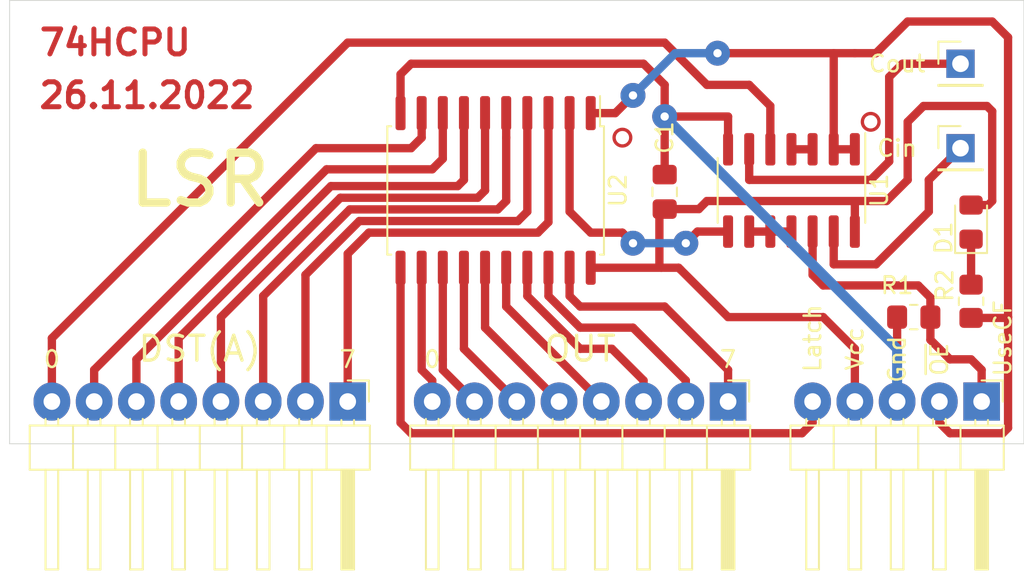
<source format=kicad_pcb>
(kicad_pcb (version 20171130) (host pcbnew "(5.1.8)-1")

  (general
    (thickness 1.6)
    (drawings 22)
    (tracks 167)
    (zones 0)
    (modules 11)
    (nets 28)
  )

  (page A4 portrait)
  (layers
    (0 F.Cu signal)
    (31 B.Cu signal)
    (32 B.Adhes user)
    (33 F.Adhes user)
    (34 B.Paste user)
    (35 F.Paste user)
    (36 B.SilkS user)
    (37 F.SilkS user)
    (38 B.Mask user)
    (39 F.Mask user)
    (40 Dwgs.User user)
    (41 Cmts.User user)
    (42 Eco1.User user)
    (43 Eco2.User user)
    (44 Edge.Cuts user)
    (45 Margin user)
    (46 B.CrtYd user)
    (47 F.CrtYd user)
    (48 B.Fab user)
    (49 F.Fab user)
  )

  (setup
    (last_trace_width 0.5)
    (user_trace_width 0.5)
    (user_trace_width 0.6)
    (trace_clearance 0.2)
    (zone_clearance 0.508)
    (zone_45_only no)
    (trace_min 0.2)
    (via_size 0.8)
    (via_drill 0.4)
    (via_min_size 0.4)
    (via_min_drill 0.3)
    (user_via 1.5 0.5)
    (uvia_size 0.3)
    (uvia_drill 0.1)
    (uvias_allowed no)
    (uvia_min_size 0.2)
    (uvia_min_drill 0.1)
    (edge_width 0.05)
    (segment_width 0.2)
    (pcb_text_width 0.3)
    (pcb_text_size 1.5 1.5)
    (mod_edge_width 0.12)
    (mod_text_size 1 1)
    (mod_text_width 0.15)
    (pad_size 1.524 1.524)
    (pad_drill 0.762)
    (pad_to_mask_clearance 0)
    (aux_axis_origin 0 0)
    (visible_elements 7FFFFFFF)
    (pcbplotparams
      (layerselection 0x010fc_ffffffff)
      (usegerberextensions false)
      (usegerberattributes true)
      (usegerberadvancedattributes true)
      (creategerberjobfile true)
      (excludeedgelayer true)
      (linewidth 0.100000)
      (plotframeref false)
      (viasonmask false)
      (mode 1)
      (useauxorigin false)
      (hpglpennumber 1)
      (hpglpenspeed 20)
      (hpglpendiameter 15.000000)
      (psnegative false)
      (psa4output false)
      (plotreference true)
      (plotvalue true)
      (plotinvisibletext false)
      (padsonsilk false)
      (subtractmaskfromsilk false)
      (outputformat 1)
      (mirror false)
      (drillshape 1)
      (scaleselection 1)
      (outputdirectory ""))
  )

  (net 0 "")
  (net 1 VCC)
  (net 2 GND)
  (net 3 "Net-(D1-Pad1)")
  (net 4 "/~(CF&OE)")
  (net 5 /D7)
  (net 6 /D6)
  (net 7 /D5)
  (net 8 /D4)
  (net 9 /D3)
  (net 10 /D2)
  (net 11 /D1)
  (net 12 /D0)
  (net 13 /O0)
  (net 14 /O1)
  (net 15 /O2)
  (net 16 /O3)
  (net 17 /O4)
  (net 18 /O5)
  (net 19 /O6)
  (net 20 /O7)
  (net 21 /CF_IN)
  (net 22 /UseCF)
  (net 23 /~OE)
  (net 24 /Latch)
  (net 25 "Net-(U1-Pad3)")
  (net 26 "Net-(U1-Pad8)")
  (net 27 "Net-(U1-Pad10)")

  (net_class Default "This is the default net class."
    (clearance 0.2)
    (trace_width 0.25)
    (via_dia 0.8)
    (via_drill 0.4)
    (uvia_dia 0.3)
    (uvia_drill 0.1)
    (add_net /CF_IN)
    (add_net /D0)
    (add_net /D1)
    (add_net /D2)
    (add_net /D3)
    (add_net /D4)
    (add_net /D5)
    (add_net /D6)
    (add_net /D7)
    (add_net /Latch)
    (add_net /O0)
    (add_net /O1)
    (add_net /O2)
    (add_net /O3)
    (add_net /O4)
    (add_net /O5)
    (add_net /O6)
    (add_net /O7)
    (add_net /UseCF)
    (add_net "/~(CF&OE)")
    (add_net /~OE)
    (add_net GND)
    (add_net "Net-(D1-Pad1)")
    (add_net "Net-(U1-Pad10)")
    (add_net "Net-(U1-Pad3)")
    (add_net "Net-(U1-Pad8)")
    (add_net VCC)
  )

  (module Connector_PinHeader_2.54mm:PinHeader_1x05_P2.54mm_Horizontal (layer F.Cu) (tedit 59FED5CB) (tstamp 6381A221)
    (at 121.92 63.5 270)
    (descr "Through hole angled pin header, 1x05, 2.54mm pitch, 6mm pin length, single row")
    (tags "Through hole angled pin header THT 1x05 2.54mm single row")
    (path /638139F2)
    (fp_text reference J5 (at 0.635 -1.905 90) (layer F.SilkS) hide
      (effects (font (size 1 1) (thickness 0.15)))
    )
    (fp_text value Conn_01x05_Male (at 4.385 12.43 90) (layer F.Fab)
      (effects (font (size 1 1) (thickness 0.15)))
    )
    (fp_line (start 2.135 -1.27) (end 4.04 -1.27) (layer F.Fab) (width 0.1))
    (fp_line (start 4.04 -1.27) (end 4.04 11.43) (layer F.Fab) (width 0.1))
    (fp_line (start 4.04 11.43) (end 1.5 11.43) (layer F.Fab) (width 0.1))
    (fp_line (start 1.5 11.43) (end 1.5 -0.635) (layer F.Fab) (width 0.1))
    (fp_line (start 1.5 -0.635) (end 2.135 -1.27) (layer F.Fab) (width 0.1))
    (fp_line (start -0.32 -0.32) (end 1.5 -0.32) (layer F.Fab) (width 0.1))
    (fp_line (start -0.32 -0.32) (end -0.32 0.32) (layer F.Fab) (width 0.1))
    (fp_line (start -0.32 0.32) (end 1.5 0.32) (layer F.Fab) (width 0.1))
    (fp_line (start 4.04 -0.32) (end 10.04 -0.32) (layer F.Fab) (width 0.1))
    (fp_line (start 10.04 -0.32) (end 10.04 0.32) (layer F.Fab) (width 0.1))
    (fp_line (start 4.04 0.32) (end 10.04 0.32) (layer F.Fab) (width 0.1))
    (fp_line (start -0.32 2.22) (end 1.5 2.22) (layer F.Fab) (width 0.1))
    (fp_line (start -0.32 2.22) (end -0.32 2.86) (layer F.Fab) (width 0.1))
    (fp_line (start -0.32 2.86) (end 1.5 2.86) (layer F.Fab) (width 0.1))
    (fp_line (start 4.04 2.22) (end 10.04 2.22) (layer F.Fab) (width 0.1))
    (fp_line (start 10.04 2.22) (end 10.04 2.86) (layer F.Fab) (width 0.1))
    (fp_line (start 4.04 2.86) (end 10.04 2.86) (layer F.Fab) (width 0.1))
    (fp_line (start -0.32 4.76) (end 1.5 4.76) (layer F.Fab) (width 0.1))
    (fp_line (start -0.32 4.76) (end -0.32 5.4) (layer F.Fab) (width 0.1))
    (fp_line (start -0.32 5.4) (end 1.5 5.4) (layer F.Fab) (width 0.1))
    (fp_line (start 4.04 4.76) (end 10.04 4.76) (layer F.Fab) (width 0.1))
    (fp_line (start 10.04 4.76) (end 10.04 5.4) (layer F.Fab) (width 0.1))
    (fp_line (start 4.04 5.4) (end 10.04 5.4) (layer F.Fab) (width 0.1))
    (fp_line (start -0.32 7.3) (end 1.5 7.3) (layer F.Fab) (width 0.1))
    (fp_line (start -0.32 7.3) (end -0.32 7.94) (layer F.Fab) (width 0.1))
    (fp_line (start -0.32 7.94) (end 1.5 7.94) (layer F.Fab) (width 0.1))
    (fp_line (start 4.04 7.3) (end 10.04 7.3) (layer F.Fab) (width 0.1))
    (fp_line (start 10.04 7.3) (end 10.04 7.94) (layer F.Fab) (width 0.1))
    (fp_line (start 4.04 7.94) (end 10.04 7.94) (layer F.Fab) (width 0.1))
    (fp_line (start -0.32 9.84) (end 1.5 9.84) (layer F.Fab) (width 0.1))
    (fp_line (start -0.32 9.84) (end -0.32 10.48) (layer F.Fab) (width 0.1))
    (fp_line (start -0.32 10.48) (end 1.5 10.48) (layer F.Fab) (width 0.1))
    (fp_line (start 4.04 9.84) (end 10.04 9.84) (layer F.Fab) (width 0.1))
    (fp_line (start 10.04 9.84) (end 10.04 10.48) (layer F.Fab) (width 0.1))
    (fp_line (start 4.04 10.48) (end 10.04 10.48) (layer F.Fab) (width 0.1))
    (fp_line (start 1.44 -1.33) (end 1.44 11.49) (layer F.SilkS) (width 0.12))
    (fp_line (start 1.44 11.49) (end 4.1 11.49) (layer F.SilkS) (width 0.12))
    (fp_line (start 4.1 11.49) (end 4.1 -1.33) (layer F.SilkS) (width 0.12))
    (fp_line (start 4.1 -1.33) (end 1.44 -1.33) (layer F.SilkS) (width 0.12))
    (fp_line (start 4.1 -0.38) (end 10.1 -0.38) (layer F.SilkS) (width 0.12))
    (fp_line (start 10.1 -0.38) (end 10.1 0.38) (layer F.SilkS) (width 0.12))
    (fp_line (start 10.1 0.38) (end 4.1 0.38) (layer F.SilkS) (width 0.12))
    (fp_line (start 4.1 -0.32) (end 10.1 -0.32) (layer F.SilkS) (width 0.12))
    (fp_line (start 4.1 -0.2) (end 10.1 -0.2) (layer F.SilkS) (width 0.12))
    (fp_line (start 4.1 -0.08) (end 10.1 -0.08) (layer F.SilkS) (width 0.12))
    (fp_line (start 4.1 0.04) (end 10.1 0.04) (layer F.SilkS) (width 0.12))
    (fp_line (start 4.1 0.16) (end 10.1 0.16) (layer F.SilkS) (width 0.12))
    (fp_line (start 4.1 0.28) (end 10.1 0.28) (layer F.SilkS) (width 0.12))
    (fp_line (start 1.11 -0.38) (end 1.44 -0.38) (layer F.SilkS) (width 0.12))
    (fp_line (start 1.11 0.38) (end 1.44 0.38) (layer F.SilkS) (width 0.12))
    (fp_line (start 1.44 1.27) (end 4.1 1.27) (layer F.SilkS) (width 0.12))
    (fp_line (start 4.1 2.16) (end 10.1 2.16) (layer F.SilkS) (width 0.12))
    (fp_line (start 10.1 2.16) (end 10.1 2.92) (layer F.SilkS) (width 0.12))
    (fp_line (start 10.1 2.92) (end 4.1 2.92) (layer F.SilkS) (width 0.12))
    (fp_line (start 1.042929 2.16) (end 1.44 2.16) (layer F.SilkS) (width 0.12))
    (fp_line (start 1.042929 2.92) (end 1.44 2.92) (layer F.SilkS) (width 0.12))
    (fp_line (start 1.44 3.81) (end 4.1 3.81) (layer F.SilkS) (width 0.12))
    (fp_line (start 4.1 4.7) (end 10.1 4.7) (layer F.SilkS) (width 0.12))
    (fp_line (start 10.1 4.7) (end 10.1 5.46) (layer F.SilkS) (width 0.12))
    (fp_line (start 10.1 5.46) (end 4.1 5.46) (layer F.SilkS) (width 0.12))
    (fp_line (start 1.042929 4.7) (end 1.44 4.7) (layer F.SilkS) (width 0.12))
    (fp_line (start 1.042929 5.46) (end 1.44 5.46) (layer F.SilkS) (width 0.12))
    (fp_line (start 1.44 6.35) (end 4.1 6.35) (layer F.SilkS) (width 0.12))
    (fp_line (start 4.1 7.24) (end 10.1 7.24) (layer F.SilkS) (width 0.12))
    (fp_line (start 10.1 7.24) (end 10.1 8) (layer F.SilkS) (width 0.12))
    (fp_line (start 10.1 8) (end 4.1 8) (layer F.SilkS) (width 0.12))
    (fp_line (start 1.042929 7.24) (end 1.44 7.24) (layer F.SilkS) (width 0.12))
    (fp_line (start 1.042929 8) (end 1.44 8) (layer F.SilkS) (width 0.12))
    (fp_line (start 1.44 8.89) (end 4.1 8.89) (layer F.SilkS) (width 0.12))
    (fp_line (start 4.1 9.78) (end 10.1 9.78) (layer F.SilkS) (width 0.12))
    (fp_line (start 10.1 9.78) (end 10.1 10.54) (layer F.SilkS) (width 0.12))
    (fp_line (start 10.1 10.54) (end 4.1 10.54) (layer F.SilkS) (width 0.12))
    (fp_line (start 1.042929 9.78) (end 1.44 9.78) (layer F.SilkS) (width 0.12))
    (fp_line (start 1.042929 10.54) (end 1.44 10.54) (layer F.SilkS) (width 0.12))
    (fp_line (start -1.27 0) (end -1.27 -1.27) (layer F.SilkS) (width 0.12))
    (fp_line (start -1.27 -1.27) (end 0 -1.27) (layer F.SilkS) (width 0.12))
    (fp_line (start -1.8 -1.8) (end -1.8 11.95) (layer F.CrtYd) (width 0.05))
    (fp_line (start -1.8 11.95) (end 10.55 11.95) (layer F.CrtYd) (width 0.05))
    (fp_line (start 10.55 11.95) (end 10.55 -1.8) (layer F.CrtYd) (width 0.05))
    (fp_line (start 10.55 -1.8) (end -1.8 -1.8) (layer F.CrtYd) (width 0.05))
    (fp_text user %R (at 2.77 5.08) (layer F.Fab)
      (effects (font (size 1 1) (thickness 0.15)))
    )
    (pad 5 thru_hole oval (at 0 10.16 270) (size 2.3 2.2) (drill 1) (layers *.Cu *.Mask)
      (net 24 /Latch))
    (pad 4 thru_hole oval (at 0 7.62 270) (size 2.3 2.2) (drill 1) (layers *.Cu *.Mask)
      (net 1 VCC))
    (pad 3 thru_hole oval (at 0 5.08 270) (size 2.3 2.2) (drill 1) (layers *.Cu *.Mask)
      (net 2 GND))
    (pad 2 thru_hole oval (at 0 2.54 270) (size 2.3 2.2) (drill 1) (layers *.Cu *.Mask)
      (net 23 /~OE))
    (pad 1 thru_hole rect (at 0 0 270) (size 2.3 2.2) (drill 1) (layers *.Cu *.Mask)
      (net 22 /UseCF))
    (model ${KISYS3DMOD}/Connector_PinHeader_2.54mm.3dshapes/PinHeader_1x05_P2.54mm_Horizontal.wrl
      (at (xyz 0 0 0))
      (scale (xyz 1 1 1))
      (rotate (xyz 0 0 0))
    )
  )

  (module Capacitor_SMD:C_0805_2012Metric_Pad1.18x1.45mm_HandSolder (layer F.Cu) (tedit 5F68FEEF) (tstamp 6381A0C9)
    (at 102.87 50.885 90)
    (descr "Capacitor SMD 0805 (2012 Metric), square (rectangular) end terminal, IPC_7351 nominal with elongated pad for handsoldering. (Body size source: IPC-SM-782 page 76, https://www.pcb-3d.com/wordpress/wp-content/uploads/ipc-sm-782a_amendment_1_and_2.pdf, https://docs.google.com/spreadsheets/d/1BsfQQcO9C6DZCsRaXUlFlo91Tg2WpOkGARC1WS5S8t0/edit?usp=sharing), generated with kicad-footprint-generator")
    (tags "capacitor handsolder")
    (path /63844C3E)
    (attr smd)
    (fp_text reference C1 (at 3.26 0 90) (layer F.SilkS)
      (effects (font (size 1 1) (thickness 0.15)))
    )
    (fp_text value 0.1uF (at 0 1.68 90) (layer F.Fab)
      (effects (font (size 1 1) (thickness 0.15)))
    )
    (fp_line (start 1.88 0.98) (end -1.88 0.98) (layer F.CrtYd) (width 0.05))
    (fp_line (start 1.88 -0.98) (end 1.88 0.98) (layer F.CrtYd) (width 0.05))
    (fp_line (start -1.88 -0.98) (end 1.88 -0.98) (layer F.CrtYd) (width 0.05))
    (fp_line (start -1.88 0.98) (end -1.88 -0.98) (layer F.CrtYd) (width 0.05))
    (fp_line (start -0.261252 0.735) (end 0.261252 0.735) (layer F.SilkS) (width 0.12))
    (fp_line (start -0.261252 -0.735) (end 0.261252 -0.735) (layer F.SilkS) (width 0.12))
    (fp_line (start 1 0.625) (end -1 0.625) (layer F.Fab) (width 0.1))
    (fp_line (start 1 -0.625) (end 1 0.625) (layer F.Fab) (width 0.1))
    (fp_line (start -1 -0.625) (end 1 -0.625) (layer F.Fab) (width 0.1))
    (fp_line (start -1 0.625) (end -1 -0.625) (layer F.Fab) (width 0.1))
    (fp_text user %R (at 0 0 90) (layer F.Fab)
      (effects (font (size 0.5 0.5) (thickness 0.08)))
    )
    (pad 1 smd roundrect (at -1.0375 0 90) (size 1.175 1.45) (layers F.Cu F.Paste F.Mask) (roundrect_rratio 0.212766)
      (net 1 VCC))
    (pad 2 smd roundrect (at 1.0375 0 90) (size 1.175 1.45) (layers F.Cu F.Paste F.Mask) (roundrect_rratio 0.212766)
      (net 2 GND))
    (model ${KISYS3DMOD}/Capacitor_SMD.3dshapes/C_0805_2012Metric.wrl
      (at (xyz 0 0 0))
      (scale (xyz 1 1 1))
      (rotate (xyz 0 0 0))
    )
  )

  (module LED_SMD:LED_0805_2012Metric_Pad1.15x1.40mm_HandSolder (layer F.Cu) (tedit 5F68FEF1) (tstamp 6381A0DC)
    (at 121.285 52.705 90)
    (descr "LED SMD 0805 (2012 Metric), square (rectangular) end terminal, IPC_7351 nominal, (Body size source: https://docs.google.com/spreadsheets/d/1BsfQQcO9C6DZCsRaXUlFlo91Tg2WpOkGARC1WS5S8t0/edit?usp=sharing), generated with kicad-footprint-generator")
    (tags "LED handsolder")
    (path /63843747)
    (attr smd)
    (fp_text reference D1 (at -0.9525 -1.65 90) (layer F.SilkS)
      (effects (font (size 1 1) (thickness 0.15)))
    )
    (fp_text value LED (at 0 1.65 90) (layer F.Fab)
      (effects (font (size 1 1) (thickness 0.15)))
    )
    (fp_line (start 1.85 0.95) (end -1.85 0.95) (layer F.CrtYd) (width 0.05))
    (fp_line (start 1.85 -0.95) (end 1.85 0.95) (layer F.CrtYd) (width 0.05))
    (fp_line (start -1.85 -0.95) (end 1.85 -0.95) (layer F.CrtYd) (width 0.05))
    (fp_line (start -1.85 0.95) (end -1.85 -0.95) (layer F.CrtYd) (width 0.05))
    (fp_line (start -1.86 0.96) (end 1 0.96) (layer F.SilkS) (width 0.12))
    (fp_line (start -1.86 -0.96) (end -1.86 0.96) (layer F.SilkS) (width 0.12))
    (fp_line (start 1 -0.96) (end -1.86 -0.96) (layer F.SilkS) (width 0.12))
    (fp_line (start 1 0.6) (end 1 -0.6) (layer F.Fab) (width 0.1))
    (fp_line (start -1 0.6) (end 1 0.6) (layer F.Fab) (width 0.1))
    (fp_line (start -1 -0.3) (end -1 0.6) (layer F.Fab) (width 0.1))
    (fp_line (start -0.7 -0.6) (end -1 -0.3) (layer F.Fab) (width 0.1))
    (fp_line (start 1 -0.6) (end -0.7 -0.6) (layer F.Fab) (width 0.1))
    (fp_text user %R (at 0 0 90) (layer F.Fab)
      (effects (font (size 0.5 0.5) (thickness 0.08)))
    )
    (pad 1 smd roundrect (at -1.025 0 90) (size 1.15 1.4) (layers F.Cu F.Paste F.Mask) (roundrect_rratio 0.217391)
      (net 3 "Net-(D1-Pad1)"))
    (pad 2 smd roundrect (at 1.025 0 90) (size 1.15 1.4) (layers F.Cu F.Paste F.Mask) (roundrect_rratio 0.217391)
      (net 1 VCC))
    (model ${KISYS3DMOD}/LED_SMD.3dshapes/LED_0805_2012Metric.wrl
      (at (xyz 0 0 0))
      (scale (xyz 1 1 1))
      (rotate (xyz 0 0 0))
    )
  )

  (module Connector_PinHeader_2.54mm:PinHeader_1x01_P2.54mm_Vertical (layer F.Cu) (tedit 59FED5CC) (tstamp 6381A0F1)
    (at 120.65 43.18)
    (descr "Through hole straight pin header, 1x01, 2.54mm pitch, single row")
    (tags "Through hole pin header THT 1x01 2.54mm single row")
    (path /6382CC68)
    (fp_text reference J1 (at 0 -2.33) (layer F.SilkS) hide
      (effects (font (size 1 1) (thickness 0.15)))
    )
    (fp_text value Conn_01x01_Male (at -3.4925 -2.54) (layer F.Fab)
      (effects (font (size 1 1) (thickness 0.15)))
    )
    (fp_line (start 1.8 -1.8) (end -1.8 -1.8) (layer F.CrtYd) (width 0.05))
    (fp_line (start 1.8 1.8) (end 1.8 -1.8) (layer F.CrtYd) (width 0.05))
    (fp_line (start -1.8 1.8) (end 1.8 1.8) (layer F.CrtYd) (width 0.05))
    (fp_line (start -1.8 -1.8) (end -1.8 1.8) (layer F.CrtYd) (width 0.05))
    (fp_line (start -1.33 -1.33) (end 0 -1.33) (layer F.SilkS) (width 0.12))
    (fp_line (start -1.33 0) (end -1.33 -1.33) (layer F.SilkS) (width 0.12))
    (fp_line (start -1.33 1.27) (end 1.33 1.27) (layer F.SilkS) (width 0.12))
    (fp_line (start 1.33 1.27) (end 1.33 1.33) (layer F.SilkS) (width 0.12))
    (fp_line (start -1.33 1.27) (end -1.33 1.33) (layer F.SilkS) (width 0.12))
    (fp_line (start -1.33 1.33) (end 1.33 1.33) (layer F.SilkS) (width 0.12))
    (fp_line (start -1.27 -0.635) (end -0.635 -1.27) (layer F.Fab) (width 0.1))
    (fp_line (start -1.27 1.27) (end -1.27 -0.635) (layer F.Fab) (width 0.1))
    (fp_line (start 1.27 1.27) (end -1.27 1.27) (layer F.Fab) (width 0.1))
    (fp_line (start 1.27 -1.27) (end 1.27 1.27) (layer F.Fab) (width 0.1))
    (fp_line (start -0.635 -1.27) (end 1.27 -1.27) (layer F.Fab) (width 0.1))
    (fp_text user %R (at 0 0 90) (layer F.Fab)
      (effects (font (size 1 1) (thickness 0.15)))
    )
    (pad 1 thru_hole rect (at 0 0) (size 1.7 1.7) (drill 1) (layers *.Cu *.Mask)
      (net 4 "/~(CF&OE)"))
    (model ${KISYS3DMOD}/Connector_PinHeader_2.54mm.3dshapes/PinHeader_1x01_P2.54mm_Vertical.wrl
      (at (xyz 0 0 0))
      (scale (xyz 1 1 1))
      (rotate (xyz 0 0 0))
    )
  )

  (module Connector_PinHeader_2.54mm:PinHeader_1x08_P2.54mm_Horizontal (layer F.Cu) (tedit 59FED5CB) (tstamp 6381A172)
    (at 83.82 63.5 270)
    (descr "Through hole angled pin header, 1x08, 2.54mm pitch, 6mm pin length, single row")
    (tags "Through hole angled pin header THT 1x08 2.54mm single row")
    (path /638169EE)
    (fp_text reference J2 (at 0.635 -2.27 90) (layer F.SilkS) hide
      (effects (font (size 1 1) (thickness 0.15)))
    )
    (fp_text value Conn_01x08_Male (at 4.385 20.05 90) (layer F.Fab)
      (effects (font (size 1 1) (thickness 0.15)))
    )
    (fp_line (start 10.55 -1.8) (end -1.8 -1.8) (layer F.CrtYd) (width 0.05))
    (fp_line (start 10.55 19.55) (end 10.55 -1.8) (layer F.CrtYd) (width 0.05))
    (fp_line (start -1.8 19.55) (end 10.55 19.55) (layer F.CrtYd) (width 0.05))
    (fp_line (start -1.8 -1.8) (end -1.8 19.55) (layer F.CrtYd) (width 0.05))
    (fp_line (start -1.27 -1.27) (end 0 -1.27) (layer F.SilkS) (width 0.12))
    (fp_line (start -1.27 0) (end -1.27 -1.27) (layer F.SilkS) (width 0.12))
    (fp_line (start 1.042929 18.16) (end 1.44 18.16) (layer F.SilkS) (width 0.12))
    (fp_line (start 1.042929 17.4) (end 1.44 17.4) (layer F.SilkS) (width 0.12))
    (fp_line (start 10.1 18.16) (end 4.1 18.16) (layer F.SilkS) (width 0.12))
    (fp_line (start 10.1 17.4) (end 10.1 18.16) (layer F.SilkS) (width 0.12))
    (fp_line (start 4.1 17.4) (end 10.1 17.4) (layer F.SilkS) (width 0.12))
    (fp_line (start 1.44 16.51) (end 4.1 16.51) (layer F.SilkS) (width 0.12))
    (fp_line (start 1.042929 15.62) (end 1.44 15.62) (layer F.SilkS) (width 0.12))
    (fp_line (start 1.042929 14.86) (end 1.44 14.86) (layer F.SilkS) (width 0.12))
    (fp_line (start 10.1 15.62) (end 4.1 15.62) (layer F.SilkS) (width 0.12))
    (fp_line (start 10.1 14.86) (end 10.1 15.62) (layer F.SilkS) (width 0.12))
    (fp_line (start 4.1 14.86) (end 10.1 14.86) (layer F.SilkS) (width 0.12))
    (fp_line (start 1.44 13.97) (end 4.1 13.97) (layer F.SilkS) (width 0.12))
    (fp_line (start 1.042929 13.08) (end 1.44 13.08) (layer F.SilkS) (width 0.12))
    (fp_line (start 1.042929 12.32) (end 1.44 12.32) (layer F.SilkS) (width 0.12))
    (fp_line (start 10.1 13.08) (end 4.1 13.08) (layer F.SilkS) (width 0.12))
    (fp_line (start 10.1 12.32) (end 10.1 13.08) (layer F.SilkS) (width 0.12))
    (fp_line (start 4.1 12.32) (end 10.1 12.32) (layer F.SilkS) (width 0.12))
    (fp_line (start 1.44 11.43) (end 4.1 11.43) (layer F.SilkS) (width 0.12))
    (fp_line (start 1.042929 10.54) (end 1.44 10.54) (layer F.SilkS) (width 0.12))
    (fp_line (start 1.042929 9.78) (end 1.44 9.78) (layer F.SilkS) (width 0.12))
    (fp_line (start 10.1 10.54) (end 4.1 10.54) (layer F.SilkS) (width 0.12))
    (fp_line (start 10.1 9.78) (end 10.1 10.54) (layer F.SilkS) (width 0.12))
    (fp_line (start 4.1 9.78) (end 10.1 9.78) (layer F.SilkS) (width 0.12))
    (fp_line (start 1.44 8.89) (end 4.1 8.89) (layer F.SilkS) (width 0.12))
    (fp_line (start 1.042929 8) (end 1.44 8) (layer F.SilkS) (width 0.12))
    (fp_line (start 1.042929 7.24) (end 1.44 7.24) (layer F.SilkS) (width 0.12))
    (fp_line (start 10.1 8) (end 4.1 8) (layer F.SilkS) (width 0.12))
    (fp_line (start 10.1 7.24) (end 10.1 8) (layer F.SilkS) (width 0.12))
    (fp_line (start 4.1 7.24) (end 10.1 7.24) (layer F.SilkS) (width 0.12))
    (fp_line (start 1.44 6.35) (end 4.1 6.35) (layer F.SilkS) (width 0.12))
    (fp_line (start 1.042929 5.46) (end 1.44 5.46) (layer F.SilkS) (width 0.12))
    (fp_line (start 1.042929 4.7) (end 1.44 4.7) (layer F.SilkS) (width 0.12))
    (fp_line (start 10.1 5.46) (end 4.1 5.46) (layer F.SilkS) (width 0.12))
    (fp_line (start 10.1 4.7) (end 10.1 5.46) (layer F.SilkS) (width 0.12))
    (fp_line (start 4.1 4.7) (end 10.1 4.7) (layer F.SilkS) (width 0.12))
    (fp_line (start 1.44 3.81) (end 4.1 3.81) (layer F.SilkS) (width 0.12))
    (fp_line (start 1.042929 2.92) (end 1.44 2.92) (layer F.SilkS) (width 0.12))
    (fp_line (start 1.042929 2.16) (end 1.44 2.16) (layer F.SilkS) (width 0.12))
    (fp_line (start 10.1 2.92) (end 4.1 2.92) (layer F.SilkS) (width 0.12))
    (fp_line (start 10.1 2.16) (end 10.1 2.92) (layer F.SilkS) (width 0.12))
    (fp_line (start 4.1 2.16) (end 10.1 2.16) (layer F.SilkS) (width 0.12))
    (fp_line (start 1.44 1.27) (end 4.1 1.27) (layer F.SilkS) (width 0.12))
    (fp_line (start 1.11 0.38) (end 1.44 0.38) (layer F.SilkS) (width 0.12))
    (fp_line (start 1.11 -0.38) (end 1.44 -0.38) (layer F.SilkS) (width 0.12))
    (fp_line (start 4.1 0.28) (end 10.1 0.28) (layer F.SilkS) (width 0.12))
    (fp_line (start 4.1 0.16) (end 10.1 0.16) (layer F.SilkS) (width 0.12))
    (fp_line (start 4.1 0.04) (end 10.1 0.04) (layer F.SilkS) (width 0.12))
    (fp_line (start 4.1 -0.08) (end 10.1 -0.08) (layer F.SilkS) (width 0.12))
    (fp_line (start 4.1 -0.2) (end 10.1 -0.2) (layer F.SilkS) (width 0.12))
    (fp_line (start 4.1 -0.32) (end 10.1 -0.32) (layer F.SilkS) (width 0.12))
    (fp_line (start 10.1 0.38) (end 4.1 0.38) (layer F.SilkS) (width 0.12))
    (fp_line (start 10.1 -0.38) (end 10.1 0.38) (layer F.SilkS) (width 0.12))
    (fp_line (start 4.1 -0.38) (end 10.1 -0.38) (layer F.SilkS) (width 0.12))
    (fp_line (start 4.1 -1.33) (end 1.44 -1.33) (layer F.SilkS) (width 0.12))
    (fp_line (start 4.1 19.11) (end 4.1 -1.33) (layer F.SilkS) (width 0.12))
    (fp_line (start 1.44 19.11) (end 4.1 19.11) (layer F.SilkS) (width 0.12))
    (fp_line (start 1.44 -1.33) (end 1.44 19.11) (layer F.SilkS) (width 0.12))
    (fp_line (start 4.04 18.1) (end 10.04 18.1) (layer F.Fab) (width 0.1))
    (fp_line (start 10.04 17.46) (end 10.04 18.1) (layer F.Fab) (width 0.1))
    (fp_line (start 4.04 17.46) (end 10.04 17.46) (layer F.Fab) (width 0.1))
    (fp_line (start -0.32 18.1) (end 1.5 18.1) (layer F.Fab) (width 0.1))
    (fp_line (start -0.32 17.46) (end -0.32 18.1) (layer F.Fab) (width 0.1))
    (fp_line (start -0.32 17.46) (end 1.5 17.46) (layer F.Fab) (width 0.1))
    (fp_line (start 4.04 15.56) (end 10.04 15.56) (layer F.Fab) (width 0.1))
    (fp_line (start 10.04 14.92) (end 10.04 15.56) (layer F.Fab) (width 0.1))
    (fp_line (start 4.04 14.92) (end 10.04 14.92) (layer F.Fab) (width 0.1))
    (fp_line (start -0.32 15.56) (end 1.5 15.56) (layer F.Fab) (width 0.1))
    (fp_line (start -0.32 14.92) (end -0.32 15.56) (layer F.Fab) (width 0.1))
    (fp_line (start -0.32 14.92) (end 1.5 14.92) (layer F.Fab) (width 0.1))
    (fp_line (start 4.04 13.02) (end 10.04 13.02) (layer F.Fab) (width 0.1))
    (fp_line (start 10.04 12.38) (end 10.04 13.02) (layer F.Fab) (width 0.1))
    (fp_line (start 4.04 12.38) (end 10.04 12.38) (layer F.Fab) (width 0.1))
    (fp_line (start -0.32 13.02) (end 1.5 13.02) (layer F.Fab) (width 0.1))
    (fp_line (start -0.32 12.38) (end -0.32 13.02) (layer F.Fab) (width 0.1))
    (fp_line (start -0.32 12.38) (end 1.5 12.38) (layer F.Fab) (width 0.1))
    (fp_line (start 4.04 10.48) (end 10.04 10.48) (layer F.Fab) (width 0.1))
    (fp_line (start 10.04 9.84) (end 10.04 10.48) (layer F.Fab) (width 0.1))
    (fp_line (start 4.04 9.84) (end 10.04 9.84) (layer F.Fab) (width 0.1))
    (fp_line (start -0.32 10.48) (end 1.5 10.48) (layer F.Fab) (width 0.1))
    (fp_line (start -0.32 9.84) (end -0.32 10.48) (layer F.Fab) (width 0.1))
    (fp_line (start -0.32 9.84) (end 1.5 9.84) (layer F.Fab) (width 0.1))
    (fp_line (start 4.04 7.94) (end 10.04 7.94) (layer F.Fab) (width 0.1))
    (fp_line (start 10.04 7.3) (end 10.04 7.94) (layer F.Fab) (width 0.1))
    (fp_line (start 4.04 7.3) (end 10.04 7.3) (layer F.Fab) (width 0.1))
    (fp_line (start -0.32 7.94) (end 1.5 7.94) (layer F.Fab) (width 0.1))
    (fp_line (start -0.32 7.3) (end -0.32 7.94) (layer F.Fab) (width 0.1))
    (fp_line (start -0.32 7.3) (end 1.5 7.3) (layer F.Fab) (width 0.1))
    (fp_line (start 4.04 5.4) (end 10.04 5.4) (layer F.Fab) (width 0.1))
    (fp_line (start 10.04 4.76) (end 10.04 5.4) (layer F.Fab) (width 0.1))
    (fp_line (start 4.04 4.76) (end 10.04 4.76) (layer F.Fab) (width 0.1))
    (fp_line (start -0.32 5.4) (end 1.5 5.4) (layer F.Fab) (width 0.1))
    (fp_line (start -0.32 4.76) (end -0.32 5.4) (layer F.Fab) (width 0.1))
    (fp_line (start -0.32 4.76) (end 1.5 4.76) (layer F.Fab) (width 0.1))
    (fp_line (start 4.04 2.86) (end 10.04 2.86) (layer F.Fab) (width 0.1))
    (fp_line (start 10.04 2.22) (end 10.04 2.86) (layer F.Fab) (width 0.1))
    (fp_line (start 4.04 2.22) (end 10.04 2.22) (layer F.Fab) (width 0.1))
    (fp_line (start -0.32 2.86) (end 1.5 2.86) (layer F.Fab) (width 0.1))
    (fp_line (start -0.32 2.22) (end -0.32 2.86) (layer F.Fab) (width 0.1))
    (fp_line (start -0.32 2.22) (end 1.5 2.22) (layer F.Fab) (width 0.1))
    (fp_line (start 4.04 0.32) (end 10.04 0.32) (layer F.Fab) (width 0.1))
    (fp_line (start 10.04 -0.32) (end 10.04 0.32) (layer F.Fab) (width 0.1))
    (fp_line (start 4.04 -0.32) (end 10.04 -0.32) (layer F.Fab) (width 0.1))
    (fp_line (start -0.32 0.32) (end 1.5 0.32) (layer F.Fab) (width 0.1))
    (fp_line (start -0.32 -0.32) (end -0.32 0.32) (layer F.Fab) (width 0.1))
    (fp_line (start -0.32 -0.32) (end 1.5 -0.32) (layer F.Fab) (width 0.1))
    (fp_line (start 1.5 -0.635) (end 2.135 -1.27) (layer F.Fab) (width 0.1))
    (fp_line (start 1.5 19.05) (end 1.5 -0.635) (layer F.Fab) (width 0.1))
    (fp_line (start 4.04 19.05) (end 1.5 19.05) (layer F.Fab) (width 0.1))
    (fp_line (start 4.04 -1.27) (end 4.04 19.05) (layer F.Fab) (width 0.1))
    (fp_line (start 2.135 -1.27) (end 4.04 -1.27) (layer F.Fab) (width 0.1))
    (fp_text user %R (at 2.77 8.89) (layer F.Fab)
      (effects (font (size 1 1) (thickness 0.15)))
    )
    (pad 1 thru_hole rect (at 0 0 270) (size 2.3 2.2) (drill 1) (layers *.Cu *.Mask)
      (net 5 /D7))
    (pad 2 thru_hole oval (at 0 2.54 270) (size 2.3 2.2) (drill 1) (layers *.Cu *.Mask)
      (net 6 /D6))
    (pad 3 thru_hole oval (at 0 5.08 270) (size 2.3 2.2) (drill 1) (layers *.Cu *.Mask)
      (net 7 /D5))
    (pad 4 thru_hole oval (at 0 7.62 270) (size 2.3 2.2) (drill 1) (layers *.Cu *.Mask)
      (net 8 /D4))
    (pad 5 thru_hole oval (at 0 10.16 270) (size 2.3 2.2) (drill 1) (layers *.Cu *.Mask)
      (net 9 /D3))
    (pad 6 thru_hole oval (at 0 12.7 270) (size 2.3 2.2) (drill 1) (layers *.Cu *.Mask)
      (net 10 /D2))
    (pad 7 thru_hole oval (at 0 15.24 270) (size 2.3 2.2) (drill 1) (layers *.Cu *.Mask)
      (net 11 /D1))
    (pad 8 thru_hole oval (at 0 17.78 270) (size 2.3 2.2) (drill 1) (layers *.Cu *.Mask)
      (net 12 /D0))
    (model ${KISYS3DMOD}/Connector_PinHeader_2.54mm.3dshapes/PinHeader_1x08_P2.54mm_Horizontal.wrl
      (at (xyz 0 0 0))
      (scale (xyz 1 1 1))
      (rotate (xyz 0 0 0))
    )
  )

  (module Connector_PinHeader_2.54mm:PinHeader_1x08_P2.54mm_Horizontal (layer F.Cu) (tedit 59FED5CB) (tstamp 6381A1F3)
    (at 106.68 63.5 270)
    (descr "Through hole angled pin header, 1x08, 2.54mm pitch, 6mm pin length, single row")
    (tags "Through hole angled pin header THT 1x08 2.54mm single row")
    (path /63814E73)
    (fp_text reference J3 (at 0 -2.27 90) (layer F.SilkS) hide
      (effects (font (size 1 1) (thickness 0.15)))
    )
    (fp_text value Conn_01x08_Male (at 4.385 20.05 90) (layer F.Fab)
      (effects (font (size 1 1) (thickness 0.15)))
    )
    (fp_line (start 2.135 -1.27) (end 4.04 -1.27) (layer F.Fab) (width 0.1))
    (fp_line (start 4.04 -1.27) (end 4.04 19.05) (layer F.Fab) (width 0.1))
    (fp_line (start 4.04 19.05) (end 1.5 19.05) (layer F.Fab) (width 0.1))
    (fp_line (start 1.5 19.05) (end 1.5 -0.635) (layer F.Fab) (width 0.1))
    (fp_line (start 1.5 -0.635) (end 2.135 -1.27) (layer F.Fab) (width 0.1))
    (fp_line (start -0.32 -0.32) (end 1.5 -0.32) (layer F.Fab) (width 0.1))
    (fp_line (start -0.32 -0.32) (end -0.32 0.32) (layer F.Fab) (width 0.1))
    (fp_line (start -0.32 0.32) (end 1.5 0.32) (layer F.Fab) (width 0.1))
    (fp_line (start 4.04 -0.32) (end 10.04 -0.32) (layer F.Fab) (width 0.1))
    (fp_line (start 10.04 -0.32) (end 10.04 0.32) (layer F.Fab) (width 0.1))
    (fp_line (start 4.04 0.32) (end 10.04 0.32) (layer F.Fab) (width 0.1))
    (fp_line (start -0.32 2.22) (end 1.5 2.22) (layer F.Fab) (width 0.1))
    (fp_line (start -0.32 2.22) (end -0.32 2.86) (layer F.Fab) (width 0.1))
    (fp_line (start -0.32 2.86) (end 1.5 2.86) (layer F.Fab) (width 0.1))
    (fp_line (start 4.04 2.22) (end 10.04 2.22) (layer F.Fab) (width 0.1))
    (fp_line (start 10.04 2.22) (end 10.04 2.86) (layer F.Fab) (width 0.1))
    (fp_line (start 4.04 2.86) (end 10.04 2.86) (layer F.Fab) (width 0.1))
    (fp_line (start -0.32 4.76) (end 1.5 4.76) (layer F.Fab) (width 0.1))
    (fp_line (start -0.32 4.76) (end -0.32 5.4) (layer F.Fab) (width 0.1))
    (fp_line (start -0.32 5.4) (end 1.5 5.4) (layer F.Fab) (width 0.1))
    (fp_line (start 4.04 4.76) (end 10.04 4.76) (layer F.Fab) (width 0.1))
    (fp_line (start 10.04 4.76) (end 10.04 5.4) (layer F.Fab) (width 0.1))
    (fp_line (start 4.04 5.4) (end 10.04 5.4) (layer F.Fab) (width 0.1))
    (fp_line (start -0.32 7.3) (end 1.5 7.3) (layer F.Fab) (width 0.1))
    (fp_line (start -0.32 7.3) (end -0.32 7.94) (layer F.Fab) (width 0.1))
    (fp_line (start -0.32 7.94) (end 1.5 7.94) (layer F.Fab) (width 0.1))
    (fp_line (start 4.04 7.3) (end 10.04 7.3) (layer F.Fab) (width 0.1))
    (fp_line (start 10.04 7.3) (end 10.04 7.94) (layer F.Fab) (width 0.1))
    (fp_line (start 4.04 7.94) (end 10.04 7.94) (layer F.Fab) (width 0.1))
    (fp_line (start -0.32 9.84) (end 1.5 9.84) (layer F.Fab) (width 0.1))
    (fp_line (start -0.32 9.84) (end -0.32 10.48) (layer F.Fab) (width 0.1))
    (fp_line (start -0.32 10.48) (end 1.5 10.48) (layer F.Fab) (width 0.1))
    (fp_line (start 4.04 9.84) (end 10.04 9.84) (layer F.Fab) (width 0.1))
    (fp_line (start 10.04 9.84) (end 10.04 10.48) (layer F.Fab) (width 0.1))
    (fp_line (start 4.04 10.48) (end 10.04 10.48) (layer F.Fab) (width 0.1))
    (fp_line (start -0.32 12.38) (end 1.5 12.38) (layer F.Fab) (width 0.1))
    (fp_line (start -0.32 12.38) (end -0.32 13.02) (layer F.Fab) (width 0.1))
    (fp_line (start -0.32 13.02) (end 1.5 13.02) (layer F.Fab) (width 0.1))
    (fp_line (start 4.04 12.38) (end 10.04 12.38) (layer F.Fab) (width 0.1))
    (fp_line (start 10.04 12.38) (end 10.04 13.02) (layer F.Fab) (width 0.1))
    (fp_line (start 4.04 13.02) (end 10.04 13.02) (layer F.Fab) (width 0.1))
    (fp_line (start -0.32 14.92) (end 1.5 14.92) (layer F.Fab) (width 0.1))
    (fp_line (start -0.32 14.92) (end -0.32 15.56) (layer F.Fab) (width 0.1))
    (fp_line (start -0.32 15.56) (end 1.5 15.56) (layer F.Fab) (width 0.1))
    (fp_line (start 4.04 14.92) (end 10.04 14.92) (layer F.Fab) (width 0.1))
    (fp_line (start 10.04 14.92) (end 10.04 15.56) (layer F.Fab) (width 0.1))
    (fp_line (start 4.04 15.56) (end 10.04 15.56) (layer F.Fab) (width 0.1))
    (fp_line (start -0.32 17.46) (end 1.5 17.46) (layer F.Fab) (width 0.1))
    (fp_line (start -0.32 17.46) (end -0.32 18.1) (layer F.Fab) (width 0.1))
    (fp_line (start -0.32 18.1) (end 1.5 18.1) (layer F.Fab) (width 0.1))
    (fp_line (start 4.04 17.46) (end 10.04 17.46) (layer F.Fab) (width 0.1))
    (fp_line (start 10.04 17.46) (end 10.04 18.1) (layer F.Fab) (width 0.1))
    (fp_line (start 4.04 18.1) (end 10.04 18.1) (layer F.Fab) (width 0.1))
    (fp_line (start 1.44 -1.33) (end 1.44 19.11) (layer F.SilkS) (width 0.12))
    (fp_line (start 1.44 19.11) (end 4.1 19.11) (layer F.SilkS) (width 0.12))
    (fp_line (start 4.1 19.11) (end 4.1 -1.33) (layer F.SilkS) (width 0.12))
    (fp_line (start 4.1 -1.33) (end 1.44 -1.33) (layer F.SilkS) (width 0.12))
    (fp_line (start 4.1 -0.38) (end 10.1 -0.38) (layer F.SilkS) (width 0.12))
    (fp_line (start 10.1 -0.38) (end 10.1 0.38) (layer F.SilkS) (width 0.12))
    (fp_line (start 10.1 0.38) (end 4.1 0.38) (layer F.SilkS) (width 0.12))
    (fp_line (start 4.1 -0.32) (end 10.1 -0.32) (layer F.SilkS) (width 0.12))
    (fp_line (start 4.1 -0.2) (end 10.1 -0.2) (layer F.SilkS) (width 0.12))
    (fp_line (start 4.1 -0.08) (end 10.1 -0.08) (layer F.SilkS) (width 0.12))
    (fp_line (start 4.1 0.04) (end 10.1 0.04) (layer F.SilkS) (width 0.12))
    (fp_line (start 4.1 0.16) (end 10.1 0.16) (layer F.SilkS) (width 0.12))
    (fp_line (start 4.1 0.28) (end 10.1 0.28) (layer F.SilkS) (width 0.12))
    (fp_line (start 1.11 -0.38) (end 1.44 -0.38) (layer F.SilkS) (width 0.12))
    (fp_line (start 1.11 0.38) (end 1.44 0.38) (layer F.SilkS) (width 0.12))
    (fp_line (start 1.44 1.27) (end 4.1 1.27) (layer F.SilkS) (width 0.12))
    (fp_line (start 4.1 2.16) (end 10.1 2.16) (layer F.SilkS) (width 0.12))
    (fp_line (start 10.1 2.16) (end 10.1 2.92) (layer F.SilkS) (width 0.12))
    (fp_line (start 10.1 2.92) (end 4.1 2.92) (layer F.SilkS) (width 0.12))
    (fp_line (start 1.042929 2.16) (end 1.44 2.16) (layer F.SilkS) (width 0.12))
    (fp_line (start 1.042929 2.92) (end 1.44 2.92) (layer F.SilkS) (width 0.12))
    (fp_line (start 1.44 3.81) (end 4.1 3.81) (layer F.SilkS) (width 0.12))
    (fp_line (start 4.1 4.7) (end 10.1 4.7) (layer F.SilkS) (width 0.12))
    (fp_line (start 10.1 4.7) (end 10.1 5.46) (layer F.SilkS) (width 0.12))
    (fp_line (start 10.1 5.46) (end 4.1 5.46) (layer F.SilkS) (width 0.12))
    (fp_line (start 1.042929 4.7) (end 1.44 4.7) (layer F.SilkS) (width 0.12))
    (fp_line (start 1.042929 5.46) (end 1.44 5.46) (layer F.SilkS) (width 0.12))
    (fp_line (start 1.44 6.35) (end 4.1 6.35) (layer F.SilkS) (width 0.12))
    (fp_line (start 4.1 7.24) (end 10.1 7.24) (layer F.SilkS) (width 0.12))
    (fp_line (start 10.1 7.24) (end 10.1 8) (layer F.SilkS) (width 0.12))
    (fp_line (start 10.1 8) (end 4.1 8) (layer F.SilkS) (width 0.12))
    (fp_line (start 1.042929 7.24) (end 1.44 7.24) (layer F.SilkS) (width 0.12))
    (fp_line (start 1.042929 8) (end 1.44 8) (layer F.SilkS) (width 0.12))
    (fp_line (start 1.44 8.89) (end 4.1 8.89) (layer F.SilkS) (width 0.12))
    (fp_line (start 4.1 9.78) (end 10.1 9.78) (layer F.SilkS) (width 0.12))
    (fp_line (start 10.1 9.78) (end 10.1 10.54) (layer F.SilkS) (width 0.12))
    (fp_line (start 10.1 10.54) (end 4.1 10.54) (layer F.SilkS) (width 0.12))
    (fp_line (start 1.042929 9.78) (end 1.44 9.78) (layer F.SilkS) (width 0.12))
    (fp_line (start 1.042929 10.54) (end 1.44 10.54) (layer F.SilkS) (width 0.12))
    (fp_line (start 1.44 11.43) (end 4.1 11.43) (layer F.SilkS) (width 0.12))
    (fp_line (start 4.1 12.32) (end 10.1 12.32) (layer F.SilkS) (width 0.12))
    (fp_line (start 10.1 12.32) (end 10.1 13.08) (layer F.SilkS) (width 0.12))
    (fp_line (start 10.1 13.08) (end 4.1 13.08) (layer F.SilkS) (width 0.12))
    (fp_line (start 1.042929 12.32) (end 1.44 12.32) (layer F.SilkS) (width 0.12))
    (fp_line (start 1.042929 13.08) (end 1.44 13.08) (layer F.SilkS) (width 0.12))
    (fp_line (start 1.44 13.97) (end 4.1 13.97) (layer F.SilkS) (width 0.12))
    (fp_line (start 4.1 14.86) (end 10.1 14.86) (layer F.SilkS) (width 0.12))
    (fp_line (start 10.1 14.86) (end 10.1 15.62) (layer F.SilkS) (width 0.12))
    (fp_line (start 10.1 15.62) (end 4.1 15.62) (layer F.SilkS) (width 0.12))
    (fp_line (start 1.042929 14.86) (end 1.44 14.86) (layer F.SilkS) (width 0.12))
    (fp_line (start 1.042929 15.62) (end 1.44 15.62) (layer F.SilkS) (width 0.12))
    (fp_line (start 1.44 16.51) (end 4.1 16.51) (layer F.SilkS) (width 0.12))
    (fp_line (start 4.1 17.4) (end 10.1 17.4) (layer F.SilkS) (width 0.12))
    (fp_line (start 10.1 17.4) (end 10.1 18.16) (layer F.SilkS) (width 0.12))
    (fp_line (start 10.1 18.16) (end 4.1 18.16) (layer F.SilkS) (width 0.12))
    (fp_line (start 1.042929 17.4) (end 1.44 17.4) (layer F.SilkS) (width 0.12))
    (fp_line (start 1.042929 18.16) (end 1.44 18.16) (layer F.SilkS) (width 0.12))
    (fp_line (start -1.27 0) (end -1.27 -1.27) (layer F.SilkS) (width 0.12))
    (fp_line (start -1.27 -1.27) (end 0 -1.27) (layer F.SilkS) (width 0.12))
    (fp_line (start -1.8 -1.8) (end -1.8 19.55) (layer F.CrtYd) (width 0.05))
    (fp_line (start -1.8 19.55) (end 10.55 19.55) (layer F.CrtYd) (width 0.05))
    (fp_line (start 10.55 19.55) (end 10.55 -1.8) (layer F.CrtYd) (width 0.05))
    (fp_line (start 10.55 -1.8) (end -1.8 -1.8) (layer F.CrtYd) (width 0.05))
    (fp_text user %R (at 2.77 8.89) (layer F.Fab)
      (effects (font (size 1 1) (thickness 0.15)))
    )
    (pad 8 thru_hole oval (at 0 17.78 270) (size 2.3 2.2) (drill 1) (layers *.Cu *.Mask)
      (net 13 /O0))
    (pad 7 thru_hole oval (at 0 15.24 270) (size 2.3 2.2) (drill 1) (layers *.Cu *.Mask)
      (net 14 /O1))
    (pad 6 thru_hole oval (at 0 12.7 270) (size 2.3 2.2) (drill 1) (layers *.Cu *.Mask)
      (net 15 /O2))
    (pad 5 thru_hole oval (at 0 10.16 270) (size 2.3 2.2) (drill 1) (layers *.Cu *.Mask)
      (net 16 /O3))
    (pad 4 thru_hole oval (at 0 7.62 270) (size 2.3 2.2) (drill 1) (layers *.Cu *.Mask)
      (net 17 /O4))
    (pad 3 thru_hole oval (at 0 5.08 270) (size 2.3 2.2) (drill 1) (layers *.Cu *.Mask)
      (net 18 /O5))
    (pad 2 thru_hole oval (at 0 2.54 270) (size 2.3 2.2) (drill 1) (layers *.Cu *.Mask)
      (net 19 /O6))
    (pad 1 thru_hole rect (at 0 0 270) (size 2.3 2.2) (drill 1) (layers *.Cu *.Mask)
      (net 20 /O7))
    (model ${KISYS3DMOD}/Connector_PinHeader_2.54mm.3dshapes/PinHeader_1x08_P2.54mm_Horizontal.wrl
      (at (xyz 0 0 0))
      (scale (xyz 1 1 1))
      (rotate (xyz 0 0 0))
    )
  )

  (module Connector_PinHeader_2.54mm:PinHeader_1x01_P2.54mm_Vertical (layer F.Cu) (tedit 59FED5CC) (tstamp 6381A208)
    (at 120.65 48.26)
    (descr "Through hole straight pin header, 1x01, 2.54mm pitch, single row")
    (tags "Through hole pin header THT 1x01 2.54mm single row")
    (path /6383A97A)
    (fp_text reference J4 (at 0 -2.33) (layer F.SilkS) hide
      (effects (font (size 1 1) (thickness 0.15)))
    )
    (fp_text value Conn_01x01_Male (at 2.8575 3.4925 90) (layer F.Fab)
      (effects (font (size 1 1) (thickness 0.15)))
    )
    (fp_line (start -0.635 -1.27) (end 1.27 -1.27) (layer F.Fab) (width 0.1))
    (fp_line (start 1.27 -1.27) (end 1.27 1.27) (layer F.Fab) (width 0.1))
    (fp_line (start 1.27 1.27) (end -1.27 1.27) (layer F.Fab) (width 0.1))
    (fp_line (start -1.27 1.27) (end -1.27 -0.635) (layer F.Fab) (width 0.1))
    (fp_line (start -1.27 -0.635) (end -0.635 -1.27) (layer F.Fab) (width 0.1))
    (fp_line (start -1.33 1.33) (end 1.33 1.33) (layer F.SilkS) (width 0.12))
    (fp_line (start -1.33 1.27) (end -1.33 1.33) (layer F.SilkS) (width 0.12))
    (fp_line (start 1.33 1.27) (end 1.33 1.33) (layer F.SilkS) (width 0.12))
    (fp_line (start -1.33 1.27) (end 1.33 1.27) (layer F.SilkS) (width 0.12))
    (fp_line (start -1.33 0) (end -1.33 -1.33) (layer F.SilkS) (width 0.12))
    (fp_line (start -1.33 -1.33) (end 0 -1.33) (layer F.SilkS) (width 0.12))
    (fp_line (start -1.8 -1.8) (end -1.8 1.8) (layer F.CrtYd) (width 0.05))
    (fp_line (start -1.8 1.8) (end 1.8 1.8) (layer F.CrtYd) (width 0.05))
    (fp_line (start 1.8 1.8) (end 1.8 -1.8) (layer F.CrtYd) (width 0.05))
    (fp_line (start 1.8 -1.8) (end -1.8 -1.8) (layer F.CrtYd) (width 0.05))
    (fp_text user %R (at 0 0 90) (layer F.Fab)
      (effects (font (size 1 1) (thickness 0.15)))
    )
    (pad 1 thru_hole rect (at 0 0) (size 1.7 1.7) (drill 1) (layers *.Cu *.Mask)
      (net 21 /CF_IN))
    (model ${KISYS3DMOD}/Connector_PinHeader_2.54mm.3dshapes/PinHeader_1x01_P2.54mm_Vertical.wrl
      (at (xyz 0 0 0))
      (scale (xyz 1 1 1))
      (rotate (xyz 0 0 0))
    )
  )

  (module Resistor_SMD:R_0805_2012Metric_Pad1.20x1.40mm_HandSolder (layer F.Cu) (tedit 5F68FEEE) (tstamp 6381A232)
    (at 117.84 58.42 180)
    (descr "Resistor SMD 0805 (2012 Metric), square (rectangular) end terminal, IPC_7351 nominal with elongated pad for handsoldering. (Body size source: IPC-SM-782 page 72, https://www.pcb-3d.com/wordpress/wp-content/uploads/ipc-sm-782a_amendment_1_and_2.pdf), generated with kicad-footprint-generator")
    (tags "resistor handsolder")
    (path /638456C2)
    (attr smd)
    (fp_text reference R1 (at 1 1.905) (layer F.SilkS)
      (effects (font (size 1 1) (thickness 0.15)))
    )
    (fp_text value R (at 0 1.65) (layer F.Fab)
      (effects (font (size 1 1) (thickness 0.15)))
    )
    (fp_line (start -1 0.625) (end -1 -0.625) (layer F.Fab) (width 0.1))
    (fp_line (start -1 -0.625) (end 1 -0.625) (layer F.Fab) (width 0.1))
    (fp_line (start 1 -0.625) (end 1 0.625) (layer F.Fab) (width 0.1))
    (fp_line (start 1 0.625) (end -1 0.625) (layer F.Fab) (width 0.1))
    (fp_line (start -0.227064 -0.735) (end 0.227064 -0.735) (layer F.SilkS) (width 0.12))
    (fp_line (start -0.227064 0.735) (end 0.227064 0.735) (layer F.SilkS) (width 0.12))
    (fp_line (start -1.85 0.95) (end -1.85 -0.95) (layer F.CrtYd) (width 0.05))
    (fp_line (start -1.85 -0.95) (end 1.85 -0.95) (layer F.CrtYd) (width 0.05))
    (fp_line (start 1.85 -0.95) (end 1.85 0.95) (layer F.CrtYd) (width 0.05))
    (fp_line (start 1.85 0.95) (end -1.85 0.95) (layer F.CrtYd) (width 0.05))
    (fp_text user %R (at 0 0) (layer F.Fab)
      (effects (font (size 0.5 0.5) (thickness 0.08)))
    )
    (pad 2 smd roundrect (at 1 0 180) (size 1.2 1.4) (layers F.Cu F.Paste F.Mask) (roundrect_rratio 0.208333)
      (net 2 GND))
    (pad 1 smd roundrect (at -1 0 180) (size 1.2 1.4) (layers F.Cu F.Paste F.Mask) (roundrect_rratio 0.208333)
      (net 22 /UseCF))
    (model ${KISYS3DMOD}/Resistor_SMD.3dshapes/R_0805_2012Metric.wrl
      (at (xyz 0 0 0))
      (scale (xyz 1 1 1))
      (rotate (xyz 0 0 0))
    )
  )

  (module Resistor_SMD:R_0805_2012Metric_Pad1.20x1.40mm_HandSolder (layer F.Cu) (tedit 5F68FEEE) (tstamp 6381A243)
    (at 121.285 57.4675 270)
    (descr "Resistor SMD 0805 (2012 Metric), square (rectangular) end terminal, IPC_7351 nominal with elongated pad for handsoldering. (Body size source: IPC-SM-782 page 72, https://www.pcb-3d.com/wordpress/wp-content/uploads/ipc-sm-782a_amendment_1_and_2.pdf), generated with kicad-footprint-generator")
    (tags "resistor handsolder")
    (path /63844202)
    (attr smd)
    (fp_text reference R2 (at -0.9525 1.5875 90) (layer F.SilkS)
      (effects (font (size 1 1) (thickness 0.15)))
    )
    (fp_text value R (at 0 1.65 90) (layer F.Fab)
      (effects (font (size 1 1) (thickness 0.15)))
    )
    (fp_line (start 1.85 0.95) (end -1.85 0.95) (layer F.CrtYd) (width 0.05))
    (fp_line (start 1.85 -0.95) (end 1.85 0.95) (layer F.CrtYd) (width 0.05))
    (fp_line (start -1.85 -0.95) (end 1.85 -0.95) (layer F.CrtYd) (width 0.05))
    (fp_line (start -1.85 0.95) (end -1.85 -0.95) (layer F.CrtYd) (width 0.05))
    (fp_line (start -0.227064 0.735) (end 0.227064 0.735) (layer F.SilkS) (width 0.12))
    (fp_line (start -0.227064 -0.735) (end 0.227064 -0.735) (layer F.SilkS) (width 0.12))
    (fp_line (start 1 0.625) (end -1 0.625) (layer F.Fab) (width 0.1))
    (fp_line (start 1 -0.625) (end 1 0.625) (layer F.Fab) (width 0.1))
    (fp_line (start -1 -0.625) (end 1 -0.625) (layer F.Fab) (width 0.1))
    (fp_line (start -1 0.625) (end -1 -0.625) (layer F.Fab) (width 0.1))
    (fp_text user %R (at 0 0 90) (layer F.Fab)
      (effects (font (size 0.5 0.5) (thickness 0.08)))
    )
    (pad 1 smd roundrect (at -1 0 270) (size 1.2 1.4) (layers F.Cu F.Paste F.Mask) (roundrect_rratio 0.208333)
      (net 3 "Net-(D1-Pad1)"))
    (pad 2 smd roundrect (at 1 0 270) (size 1.2 1.4) (layers F.Cu F.Paste F.Mask) (roundrect_rratio 0.208333)
      (net 23 /~OE))
    (model ${KISYS3DMOD}/Resistor_SMD.3dshapes/R_0805_2012Metric.wrl
      (at (xyz 0 0 0))
      (scale (xyz 1 1 1))
      (rotate (xyz 0 0 0))
    )
  )

  (module Package_SO:SO-14_3.9x8.65mm_P1.27mm (layer F.Cu) (tedit 5F427CE7) (tstamp 6381A263)
    (at 110.49 50.8 270)
    (descr "SO, 14 Pin (https://www.st.com/resource/en/datasheet/l6491.pdf), generated with kicad-footprint-generator ipc_gullwing_generator.py")
    (tags "SO SO")
    (path /6381814B)
    (attr smd)
    (fp_text reference U1 (at 0 -5.28 90) (layer F.SilkS)
      (effects (font (size 1 1) (thickness 0.15)))
    )
    (fp_text value 74HC00 (at 0 5.28 90) (layer F.Fab)
      (effects (font (size 1 1) (thickness 0.15)))
    )
    (fp_line (start 3.7 -4.58) (end -3.7 -4.58) (layer F.CrtYd) (width 0.05))
    (fp_line (start 3.7 4.58) (end 3.7 -4.58) (layer F.CrtYd) (width 0.05))
    (fp_line (start -3.7 4.58) (end 3.7 4.58) (layer F.CrtYd) (width 0.05))
    (fp_line (start -3.7 -4.58) (end -3.7 4.58) (layer F.CrtYd) (width 0.05))
    (fp_line (start -1.95 -3.35) (end -0.975 -4.325) (layer F.Fab) (width 0.1))
    (fp_line (start -1.95 4.325) (end -1.95 -3.35) (layer F.Fab) (width 0.1))
    (fp_line (start 1.95 4.325) (end -1.95 4.325) (layer F.Fab) (width 0.1))
    (fp_line (start 1.95 -4.325) (end 1.95 4.325) (layer F.Fab) (width 0.1))
    (fp_line (start -0.975 -4.325) (end 1.95 -4.325) (layer F.Fab) (width 0.1))
    (fp_line (start 0 -4.435) (end -3.45 -4.435) (layer F.SilkS) (width 0.12))
    (fp_line (start 0 -4.435) (end 1.95 -4.435) (layer F.SilkS) (width 0.12))
    (fp_line (start 0 4.435) (end -1.95 4.435) (layer F.SilkS) (width 0.12))
    (fp_line (start 0 4.435) (end 1.95 4.435) (layer F.SilkS) (width 0.12))
    (fp_text user %R (at 0 0 90) (layer F.Fab)
      (effects (font (size 0.98 0.98) (thickness 0.15)))
    )
    (pad 1 smd roundrect (at -2.475 -3.81 270) (size 1.95 0.6) (layers F.Cu F.Paste F.Mask) (roundrect_rratio 0.25)
      (net 23 /~OE))
    (pad 2 smd roundrect (at -2.475 -2.54 270) (size 1.95 0.6) (layers F.Cu F.Paste F.Mask) (roundrect_rratio 0.25)
      (net 23 /~OE))
    (pad 3 smd roundrect (at -2.475 -1.27 270) (size 1.95 0.6) (layers F.Cu F.Paste F.Mask) (roundrect_rratio 0.25)
      (net 25 "Net-(U1-Pad3)"))
    (pad 4 smd roundrect (at -2.475 0 270) (size 1.95 0.6) (layers F.Cu F.Paste F.Mask) (roundrect_rratio 0.25)
      (net 25 "Net-(U1-Pad3)"))
    (pad 5 smd roundrect (at -2.475 1.27 270) (size 1.95 0.6) (layers F.Cu F.Paste F.Mask) (roundrect_rratio 0.25)
      (net 12 /D0))
    (pad 6 smd roundrect (at -2.475 2.54 270) (size 1.95 0.6) (layers F.Cu F.Paste F.Mask) (roundrect_rratio 0.25)
      (net 4 "/~(CF&OE)"))
    (pad 7 smd roundrect (at -2.475 3.81 270) (size 1.95 0.6) (layers F.Cu F.Paste F.Mask) (roundrect_rratio 0.25)
      (net 2 GND))
    (pad 8 smd roundrect (at 2.475 3.81 270) (size 1.95 0.6) (layers F.Cu F.Paste F.Mask) (roundrect_rratio 0.25)
      (net 26 "Net-(U1-Pad8)"))
    (pad 9 smd roundrect (at 2.475 2.54 270) (size 1.95 0.6) (layers F.Cu F.Paste F.Mask) (roundrect_rratio 0.25)
      (net 27 "Net-(U1-Pad10)"))
    (pad 10 smd roundrect (at 2.475 1.27 270) (size 1.95 0.6) (layers F.Cu F.Paste F.Mask) (roundrect_rratio 0.25)
      (net 27 "Net-(U1-Pad10)"))
    (pad 11 smd roundrect (at 2.475 0 270) (size 1.95 0.6) (layers F.Cu F.Paste F.Mask) (roundrect_rratio 0.25)
      (net 27 "Net-(U1-Pad10)"))
    (pad 12 smd roundrect (at 2.475 -1.27 270) (size 1.95 0.6) (layers F.Cu F.Paste F.Mask) (roundrect_rratio 0.25)
      (net 22 /UseCF))
    (pad 13 smd roundrect (at 2.475 -2.54 270) (size 1.95 0.6) (layers F.Cu F.Paste F.Mask) (roundrect_rratio 0.25)
      (net 21 /CF_IN))
    (pad 14 smd roundrect (at 2.475 -3.81 270) (size 1.95 0.6) (layers F.Cu F.Paste F.Mask) (roundrect_rratio 0.25)
      (net 1 VCC))
    (model ${KISYS3DMOD}/Package_SO.3dshapes/SO-14_3.9x8.65mm_P1.27mm.wrl
      (at (xyz 0 0 0))
      (scale (xyz 1 1 1))
      (rotate (xyz 0 0 0))
    )
  )

  (module Package_SO:SOIC-20W_7.5x12.8mm_P1.27mm (layer F.Cu) (tedit 5D9F72B1) (tstamp 6381A28E)
    (at 92.71 50.8 270)
    (descr "SOIC, 20 Pin (JEDEC MS-013AC, https://www.analog.com/media/en/package-pcb-resources/package/233848rw_20.pdf), generated with kicad-footprint-generator ipc_gullwing_generator.py")
    (tags "SOIC SO")
    (path /638137BA)
    (attr smd)
    (fp_text reference U2 (at 0 -7.35 90) (layer F.SilkS)
      (effects (font (size 1 1) (thickness 0.15)))
    )
    (fp_text value 74LS573 (at 0 7.35 90) (layer F.Fab)
      (effects (font (size 1 1) (thickness 0.15)))
    )
    (fp_line (start 5.93 -6.65) (end -5.93 -6.65) (layer F.CrtYd) (width 0.05))
    (fp_line (start 5.93 6.65) (end 5.93 -6.65) (layer F.CrtYd) (width 0.05))
    (fp_line (start -5.93 6.65) (end 5.93 6.65) (layer F.CrtYd) (width 0.05))
    (fp_line (start -5.93 -6.65) (end -5.93 6.65) (layer F.CrtYd) (width 0.05))
    (fp_line (start -3.75 -5.4) (end -2.75 -6.4) (layer F.Fab) (width 0.1))
    (fp_line (start -3.75 6.4) (end -3.75 -5.4) (layer F.Fab) (width 0.1))
    (fp_line (start 3.75 6.4) (end -3.75 6.4) (layer F.Fab) (width 0.1))
    (fp_line (start 3.75 -6.4) (end 3.75 6.4) (layer F.Fab) (width 0.1))
    (fp_line (start -2.75 -6.4) (end 3.75 -6.4) (layer F.Fab) (width 0.1))
    (fp_line (start -3.86 -6.275) (end -5.675 -6.275) (layer F.SilkS) (width 0.12))
    (fp_line (start -3.86 -6.51) (end -3.86 -6.275) (layer F.SilkS) (width 0.12))
    (fp_line (start 0 -6.51) (end -3.86 -6.51) (layer F.SilkS) (width 0.12))
    (fp_line (start 3.86 -6.51) (end 3.86 -6.275) (layer F.SilkS) (width 0.12))
    (fp_line (start 0 -6.51) (end 3.86 -6.51) (layer F.SilkS) (width 0.12))
    (fp_line (start -3.86 6.51) (end -3.86 6.275) (layer F.SilkS) (width 0.12))
    (fp_line (start 0 6.51) (end -3.86 6.51) (layer F.SilkS) (width 0.12))
    (fp_line (start 3.86 6.51) (end 3.86 6.275) (layer F.SilkS) (width 0.12))
    (fp_line (start 0 6.51) (end 3.86 6.51) (layer F.SilkS) (width 0.12))
    (fp_text user %R (at 0 0 90) (layer F.Fab)
      (effects (font (size 1 1) (thickness 0.15)))
    )
    (pad 1 smd roundrect (at -4.65 -5.715 270) (size 2.05 0.6) (layers F.Cu F.Paste F.Mask) (roundrect_rratio 0.25)
      (net 23 /~OE))
    (pad 2 smd roundrect (at -4.65 -4.445 270) (size 2.05 0.6) (layers F.Cu F.Paste F.Mask) (roundrect_rratio 0.25)
      (net 26 "Net-(U1-Pad8)"))
    (pad 3 smd roundrect (at -4.65 -3.175 270) (size 2.05 0.6) (layers F.Cu F.Paste F.Mask) (roundrect_rratio 0.25)
      (net 5 /D7))
    (pad 4 smd roundrect (at -4.65 -1.905 270) (size 2.05 0.6) (layers F.Cu F.Paste F.Mask) (roundrect_rratio 0.25)
      (net 6 /D6))
    (pad 5 smd roundrect (at -4.65 -0.635 270) (size 2.05 0.6) (layers F.Cu F.Paste F.Mask) (roundrect_rratio 0.25)
      (net 7 /D5))
    (pad 6 smd roundrect (at -4.65 0.635 270) (size 2.05 0.6) (layers F.Cu F.Paste F.Mask) (roundrect_rratio 0.25)
      (net 8 /D4))
    (pad 7 smd roundrect (at -4.65 1.905 270) (size 2.05 0.6) (layers F.Cu F.Paste F.Mask) (roundrect_rratio 0.25)
      (net 9 /D3))
    (pad 8 smd roundrect (at -4.65 3.175 270) (size 2.05 0.6) (layers F.Cu F.Paste F.Mask) (roundrect_rratio 0.25)
      (net 10 /D2))
    (pad 9 smd roundrect (at -4.65 4.445 270) (size 2.05 0.6) (layers F.Cu F.Paste F.Mask) (roundrect_rratio 0.25)
      (net 11 /D1))
    (pad 10 smd roundrect (at -4.65 5.715 270) (size 2.05 0.6) (layers F.Cu F.Paste F.Mask) (roundrect_rratio 0.25)
      (net 2 GND))
    (pad 11 smd roundrect (at 4.65 5.715 270) (size 2.05 0.6) (layers F.Cu F.Paste F.Mask) (roundrect_rratio 0.25)
      (net 24 /Latch))
    (pad 12 smd roundrect (at 4.65 4.445 270) (size 2.05 0.6) (layers F.Cu F.Paste F.Mask) (roundrect_rratio 0.25)
      (net 13 /O0))
    (pad 13 smd roundrect (at 4.65 3.175 270) (size 2.05 0.6) (layers F.Cu F.Paste F.Mask) (roundrect_rratio 0.25)
      (net 14 /O1))
    (pad 14 smd roundrect (at 4.65 1.905 270) (size 2.05 0.6) (layers F.Cu F.Paste F.Mask) (roundrect_rratio 0.25)
      (net 15 /O2))
    (pad 15 smd roundrect (at 4.65 0.635 270) (size 2.05 0.6) (layers F.Cu F.Paste F.Mask) (roundrect_rratio 0.25)
      (net 16 /O3))
    (pad 16 smd roundrect (at 4.65 -0.635 270) (size 2.05 0.6) (layers F.Cu F.Paste F.Mask) (roundrect_rratio 0.25)
      (net 17 /O4))
    (pad 17 smd roundrect (at 4.65 -1.905 270) (size 2.05 0.6) (layers F.Cu F.Paste F.Mask) (roundrect_rratio 0.25)
      (net 18 /O5))
    (pad 18 smd roundrect (at 4.65 -3.175 270) (size 2.05 0.6) (layers F.Cu F.Paste F.Mask) (roundrect_rratio 0.25)
      (net 19 /O6))
    (pad 19 smd roundrect (at 4.65 -4.445 270) (size 2.05 0.6) (layers F.Cu F.Paste F.Mask) (roundrect_rratio 0.25)
      (net 20 /O7))
    (pad 20 smd roundrect (at 4.65 -5.715 270) (size 2.05 0.6) (layers F.Cu F.Paste F.Mask) (roundrect_rratio 0.25)
      (net 1 VCC))
    (model ${KISYS3DMOD}/Package_SO.3dshapes/SOIC-20W_7.5x12.8mm_P1.27mm.wrl
      (at (xyz 0 0 0))
      (scale (xyz 1 1 1))
      (rotate (xyz 0 0 0))
    )
  )

  (gr_circle (center 115.2525 46.6725) (end 115.7525 46.6725) (layer F.Cu) (width 0.2) (tstamp 63814EEE))
  (gr_circle (center 100.33 47.625) (end 100.83 47.625) (layer F.Cu) (width 0.2))
  (gr_text Cin (at 116.84 48.26) (layer F.SilkS)
    (effects (font (size 1 1) (thickness 0.15)))
  )
  (gr_text Cout (at 116.84 43.18) (layer F.SilkS)
    (effects (font (size 1 1) (thickness 0.15)))
  )
  (gr_text OUT (at 97.79 60.325) (layer F.SilkS)
    (effects (font (size 1.5 1.5) (thickness 0.2)))
  )
  (gr_text "DST(A)" (at 74.93 60.325) (layer F.SilkS)
    (effects (font (size 1.5 1.5) (thickness 0.2)))
  )
  (gr_text UseCF (at 123.19 59.69 90) (layer F.SilkS)
    (effects (font (size 1 1) (thickness 0.15)))
  )
  (gr_text ~OE (at 119.38 60.96 90) (layer F.SilkS)
    (effects (font (size 1 1) (thickness 0.15)))
  )
  (gr_text Gnd (at 116.84 60.96 90) (layer F.SilkS)
    (effects (font (size 1 1) (thickness 0.15)))
  )
  (gr_text Vcc (at 114.3 60.325 90) (layer F.SilkS)
    (effects (font (size 1 1) (thickness 0.15)))
  )
  (gr_text Latch (at 111.76 59.69 90) (layer F.SilkS)
    (effects (font (size 1 1) (thickness 0.15)))
  )
  (gr_text 7 (at 106.68 60.96) (layer F.SilkS)
    (effects (font (size 1 1) (thickness 0.15)))
  )
  (gr_text 0 (at 88.9 60.96) (layer F.SilkS)
    (effects (font (size 1 1) (thickness 0.15)))
  )
  (gr_text 7 (at 83.82 60.96) (layer F.SilkS)
    (effects (font (size 1 1) (thickness 0.15)))
  )
  (gr_text 0 (at 66.04 60.96) (layer F.SilkS)
    (effects (font (size 1 1) (thickness 0.15)))
  )
  (gr_text 26.11.2022 (at 71.755 45.085) (layer F.Cu)
    (effects (font (size 1.5 1.5) (thickness 0.3)))
  )
  (gr_text LSR (at 74.93 50.165) (layer F.SilkS)
    (effects (font (size 3 3) (thickness 0.5)))
  )
  (gr_text 74HCPU (at 69.85 41.91) (layer F.Cu)
    (effects (font (size 1.5 1.5) (thickness 0.3)))
  )
  (gr_line (start 124.46 39.37) (end 124.46 66.04) (layer Edge.Cuts) (width 0.05) (tstamp 6381D830))
  (gr_line (start 63.5 39.37) (end 124.46 39.37) (layer Edge.Cuts) (width 0.05))
  (gr_line (start 63.5 66.04) (end 63.5 39.37) (layer Edge.Cuts) (width 0.05))
  (gr_line (start 124.46 66.04) (end 63.5 66.04) (layer Edge.Cuts) (width 0.05))

  (segment (start 98.425 55.45) (end 102.665 55.45) (width 0.5) (layer F.Cu) (net 1))
  (segment (start 102.5525 55.245) (end 102.5525 51.9225) (width 0.5) (layer F.Cu) (net 1))
  (segment (start 102.87 51.9225) (end 104.9225 51.9225) (width 0.5) (layer F.Cu) (net 1))
  (segment (start 104.9225 51.9225) (end 105.41 51.435) (width 0.5) (layer F.Cu) (net 1))
  (segment (start 105.41 51.435) (end 114.3 51.435) (width 0.5) (layer F.Cu) (net 1))
  (segment (start 114.3 51.435) (end 114.3 53.275) (width 0.5) (layer F.Cu) (net 1))
  (segment (start 106.68 58.42) (end 112.395 58.42) (width 0.5) (layer F.Cu) (net 1))
  (segment (start 114.3 60.325) (end 114.3 63.5) (width 0.5) (layer F.Cu) (net 1))
  (segment (start 112.395 58.42) (end 114.3 60.325) (width 0.5) (layer F.Cu) (net 1))
  (segment (start 103.71 55.45) (end 103.8225 55.5625) (width 0.5) (layer F.Cu) (net 1))
  (segment (start 102.665 55.45) (end 103.71 55.45) (width 0.5) (layer F.Cu) (net 1))
  (segment (start 103.8225 55.5625) (end 106.68 58.42) (width 0.5) (layer F.Cu) (net 1))
  (segment (start 114.3 51.435) (end 116.205 51.435) (width 0.5) (layer F.Cu) (net 1))
  (segment (start 116.205 51.435) (end 117.475 50.165) (width 0.5) (layer F.Cu) (net 1))
  (segment (start 117.475 50.165) (end 117.475 46.6725) (width 0.5) (layer F.Cu) (net 1))
  (segment (start 117.475 46.6725) (end 118.4275 45.72) (width 0.5) (layer F.Cu) (net 1))
  (segment (start 118.4275 45.72) (end 122.2375 45.72) (width 0.5) (layer F.Cu) (net 1))
  (segment (start 122.2375 45.72) (end 122.555 46.0375) (width 0.5) (layer F.Cu) (net 1))
  (segment (start 122.555 46.0375) (end 122.555 51.435) (width 0.5) (layer F.Cu) (net 1))
  (segment (start 122.31 51.68) (end 121.285 51.68) (width 0.5) (layer F.Cu) (net 1))
  (segment (start 122.555 51.435) (end 122.31 51.68) (width 0.5) (layer F.Cu) (net 1))
  (segment (start 102.87 46.355) (end 106.68 46.355) (width 0.5) (layer F.Cu) (net 2))
  (segment (start 102.87 46.355) (end 102.87 46.355) (width 0.5) (layer F.Cu) (net 2))
  (segment (start 106.68 46.355) (end 106.68 48.325) (width 0.5) (layer F.Cu) (net 2))
  (segment (start 116.84 60.96) (end 116.84 63.5) (width 0.5) (layer F.Cu) (net 2))
  (segment (start 116.84 58.42) (end 116.84 60.96) (width 0.5) (layer F.Cu) (net 2))
  (segment (start 101.6 43.18) (end 102.87 44.45) (width 0.5) (layer F.Cu) (net 2))
  (segment (start 102.87 44.45) (end 102.87 46.355) (width 0.5) (layer F.Cu) (net 2))
  (segment (start 87.63 43.18) (end 101.6 43.18) (width 0.5) (layer F.Cu) (net 2))
  (segment (start 86.995 43.815) (end 87.63 43.18) (width 0.5) (layer F.Cu) (net 2))
  (segment (start 86.995 46.15) (end 86.995 43.815) (width 0.5) (layer F.Cu) (net 2))
  (segment (start 102.87 46.355) (end 102.87 49.8475) (width 0.5) (layer F.Cu) (net 2) (tstamp 6381D75D))
  (via (at 102.87 46.355) (size 1.5) (drill 0.5) (layers F.Cu B.Cu) (net 2))
  (segment (start 102.87 46.355) (end 116.84 60.325) (width 0.6) (layer B.Cu) (net 2))
  (segment (start 116.84 60.325) (end 116.84 63.5) (width 0.6) (layer B.Cu) (net 2))
  (segment (start 121.285 53.73) (end 121.285 56.4675) (width 0.5) (layer F.Cu) (net 3))
  (segment (start 107.95 50.165) (end 107.95 48.325) (width 0.5) (layer F.Cu) (net 4))
  (segment (start 115.2525 50.165) (end 107.95 50.165) (width 0.5) (layer F.Cu) (net 4))
  (segment (start 116.36375 49.05375) (end 115.2525 50.165) (width 0.5) (layer F.Cu) (net 4))
  (segment (start 116.36375 43.97375) (end 116.36375 49.05375) (width 0.5) (layer F.Cu) (net 4))
  (segment (start 117.1575 43.18) (end 116.36375 43.97375) (width 0.5) (layer F.Cu) (net 4))
  (segment (start 120.65 43.18) (end 117.1575 43.18) (width 0.5) (layer F.Cu) (net 4))
  (segment (start 83.82 63.5) (end 83.82 54.61) (width 0.5) (layer F.Cu) (net 5))
  (segment (start 83.82 54.61) (end 85.09 53.34) (width 0.5) (layer F.Cu) (net 5))
  (segment (start 85.09 53.34) (end 95.25 53.34) (width 0.5) (layer F.Cu) (net 5))
  (segment (start 95.885 52.705) (end 95.885 46.15) (width 0.5) (layer F.Cu) (net 5))
  (segment (start 95.25 53.34) (end 95.885 52.705) (width 0.5) (layer F.Cu) (net 5))
  (segment (start 81.28 63.5) (end 81.28 55.88) (width 0.5) (layer F.Cu) (net 6))
  (segment (start 81.28 55.88) (end 84.52001 52.63999) (width 0.5) (layer F.Cu) (net 6))
  (segment (start 84.52001 52.63999) (end 94.04501 52.63999) (width 0.5) (layer F.Cu) (net 6))
  (segment (start 94.615 52.07) (end 94.615 46.15) (width 0.5) (layer F.Cu) (net 6))
  (segment (start 94.04501 52.63999) (end 94.615 52.07) (width 0.5) (layer F.Cu) (net 6))
  (segment (start 93.345 47.625) (end 93.345 46.15) (width 0.5) (layer F.Cu) (net 7))
  (segment (start 93.345 51.435) (end 93.345 47.625) (width 0.5) (layer F.Cu) (net 7))
  (segment (start 92.84002 51.93998) (end 93.345 51.435) (width 0.5) (layer F.Cu) (net 7))
  (segment (start 83.95002 51.93998) (end 92.84002 51.93998) (width 0.5) (layer F.Cu) (net 7))
  (segment (start 78.74 57.15) (end 83.95002 51.93998) (width 0.5) (layer F.Cu) (net 7))
  (segment (start 78.74 63.5) (end 78.74 57.15) (width 0.5) (layer F.Cu) (net 7))
  (segment (start 76.2 58.42) (end 76.2 63.5) (width 0.5) (layer F.Cu) (net 8))
  (segment (start 83.38003 51.23997) (end 76.2 58.42) (width 0.5) (layer F.Cu) (net 8))
  (segment (start 91.63503 51.23997) (end 83.38003 51.23997) (width 0.5) (layer F.Cu) (net 8))
  (segment (start 92.075 50.8) (end 91.63503 51.23997) (width 0.5) (layer F.Cu) (net 8))
  (segment (start 92.075 46.15) (end 92.075 50.8) (width 0.5) (layer F.Cu) (net 8))
  (segment (start 73.66 63.5) (end 73.66 59.69) (width 0.5) (layer F.Cu) (net 9))
  (segment (start 73.66 59.69) (end 82.81004 50.53996) (width 0.5) (layer F.Cu) (net 9))
  (segment (start 82.81004 50.53996) (end 90.43004 50.53996) (width 0.5) (layer F.Cu) (net 9))
  (segment (start 90.805 50.165) (end 90.805 46.15) (width 0.5) (layer F.Cu) (net 9))
  (segment (start 90.43004 50.53996) (end 90.805 50.165) (width 0.5) (layer F.Cu) (net 9))
  (segment (start 71.12 63.5) (end 71.12 60.96) (width 0.5) (layer F.Cu) (net 10))
  (segment (start 71.12 60.96) (end 82.55 49.53) (width 0.5) (layer F.Cu) (net 10))
  (segment (start 82.55 49.53) (end 88.9 49.53) (width 0.5) (layer F.Cu) (net 10))
  (segment (start 89.535 48.895) (end 89.535 46.15) (width 0.5) (layer F.Cu) (net 10))
  (segment (start 88.9 49.53) (end 89.535 48.895) (width 0.5) (layer F.Cu) (net 10))
  (segment (start 68.58 61.595) (end 68.58 63.5) (width 0.5) (layer F.Cu) (net 11))
  (segment (start 81.915 48.26) (end 68.58 61.595) (width 0.5) (layer F.Cu) (net 11))
  (segment (start 87.63 48.26) (end 81.915 48.26) (width 0.5) (layer F.Cu) (net 11))
  (segment (start 88.265 47.625) (end 87.63 48.26) (width 0.5) (layer F.Cu) (net 11))
  (segment (start 88.265 46.15) (end 88.265 47.625) (width 0.5) (layer F.Cu) (net 11))
  (segment (start 109.22 45.72) (end 109.22 48.325) (width 0.5) (layer F.Cu) (net 12))
  (segment (start 107.95 44.45) (end 109.22 45.72) (width 0.5) (layer F.Cu) (net 12))
  (segment (start 105.41 44.45) (end 107.95 44.45) (width 0.5) (layer F.Cu) (net 12))
  (segment (start 102.87 41.91) (end 105.41 44.45) (width 0.5) (layer F.Cu) (net 12))
  (segment (start 83.82 41.91) (end 102.87 41.91) (width 0.5) (layer F.Cu) (net 12))
  (segment (start 66.04 59.69) (end 83.82 41.91) (width 0.5) (layer F.Cu) (net 12))
  (segment (start 66.04 63.5) (end 66.04 59.69) (width 0.5) (layer F.Cu) (net 12))
  (segment (start 88.265 55.45) (end 88.265 61.595) (width 0.5) (layer F.Cu) (net 13))
  (segment (start 88.9 62.23) (end 88.265 61.595) (width 0.5) (layer F.Cu) (net 13))
  (segment (start 88.9 63.5) (end 88.9 62.23) (width 0.5) (layer F.Cu) (net 13))
  (segment (start 89.535 55.45) (end 89.535 60.96) (width 0.5) (layer F.Cu) (net 14))
  (segment (start 89.535 61.595) (end 89.535 60.96) (width 0.5) (layer F.Cu) (net 14))
  (segment (start 91.44 63.5) (end 89.535 61.595) (width 0.5) (layer F.Cu) (net 14))
  (segment (start 90.805 55.45) (end 90.805 60.325) (width 0.5) (layer F.Cu) (net 15))
  (segment (start 93.98 63.5) (end 90.805 60.325) (width 0.5) (layer F.Cu) (net 15))
  (segment (start 92.075 59.055) (end 92.075 55.45) (width 0.5) (layer F.Cu) (net 16))
  (segment (start 96.52 63.5) (end 92.075 59.055) (width 0.5) (layer F.Cu) (net 16))
  (segment (start 93.345 57.785) (end 93.345 55.45) (width 0.5) (layer F.Cu) (net 17))
  (segment (start 99.06 63.5) (end 93.345 57.785) (width 0.5) (layer F.Cu) (net 17))
  (segment (start 99.695 60.325) (end 101.6 62.23) (width 0.5) (layer F.Cu) (net 18))
  (segment (start 97.79 60.325) (end 99.695 60.325) (width 0.5) (layer F.Cu) (net 18))
  (segment (start 94.615 57.15) (end 97.79 60.325) (width 0.5) (layer F.Cu) (net 18))
  (segment (start 101.6 62.23) (end 101.6 63.5) (width 0.5) (layer F.Cu) (net 18))
  (segment (start 94.615 55.45) (end 94.615 57.15) (width 0.5) (layer F.Cu) (net 18))
  (segment (start 95.885 55.45) (end 95.885 57.15) (width 0.5) (layer F.Cu) (net 19))
  (segment (start 95.885 57.15) (end 97.79 59.055) (width 0.5) (layer F.Cu) (net 19))
  (segment (start 97.79 59.055) (end 100.965 59.055) (width 0.5) (layer F.Cu) (net 19))
  (segment (start 104.14 62.23) (end 104.14 63.5) (width 0.5) (layer F.Cu) (net 19))
  (segment (start 100.965 59.055) (end 104.14 62.23) (width 0.5) (layer F.Cu) (net 19))
  (segment (start 97.155 57.15) (end 97.155 55.45) (width 0.5) (layer F.Cu) (net 20))
  (segment (start 97.79 57.785) (end 97.155 57.15) (width 0.5) (layer F.Cu) (net 20))
  (segment (start 102.87 57.785) (end 97.79 57.785) (width 0.5) (layer F.Cu) (net 20))
  (segment (start 106.68 61.595) (end 102.87 57.785) (width 0.5) (layer F.Cu) (net 20))
  (segment (start 106.68 63.5) (end 106.68 61.595) (width 0.5) (layer F.Cu) (net 20))
  (segment (start 118.745 50.165) (end 120.65 48.26) (width 0.5) (layer F.Cu) (net 21))
  (segment (start 118.745 52.07) (end 118.745 50.165) (width 0.5) (layer F.Cu) (net 21))
  (segment (start 115.57 55.245) (end 118.745 52.07) (width 0.5) (layer F.Cu) (net 21))
  (segment (start 113.03 55.245) (end 115.57 55.245) (width 0.5) (layer F.Cu) (net 21))
  (segment (start 113.03 53.275) (end 113.03 55.245) (width 0.5) (layer F.Cu) (net 21))
  (segment (start 121.92 61.595) (end 121.92 63.5) (width 0.5) (layer F.Cu) (net 22))
  (segment (start 121.285 60.96) (end 121.92 61.595) (width 0.5) (layer F.Cu) (net 22))
  (segment (start 120.015 60.96) (end 121.285 60.96) (width 0.5) (layer F.Cu) (net 22))
  (segment (start 118.84 59.785) (end 120.015 60.96) (width 0.5) (layer F.Cu) (net 22))
  (segment (start 118.84 58.42) (end 118.84 59.785) (width 0.5) (layer F.Cu) (net 22))
  (segment (start 118.84 57.245) (end 118.84 58.42) (width 0.5) (layer F.Cu) (net 22))
  (segment (start 118.11 56.515) (end 118.84 57.245) (width 0.5) (layer F.Cu) (net 22))
  (segment (start 112.395 56.515) (end 118.11 56.515) (width 0.5) (layer F.Cu) (net 22))
  (segment (start 111.76 55.88) (end 112.395 56.515) (width 0.5) (layer F.Cu) (net 22))
  (segment (start 111.76 53.275) (end 111.76 55.88) (width 0.5) (layer F.Cu) (net 22))
  (segment (start 119.38 64.77) (end 119.38 63.5) (width 0.5) (layer F.Cu) (net 23))
  (segment (start 120.015 65.405) (end 119.38 64.77) (width 0.5) (layer F.Cu) (net 23))
  (segment (start 123.19 65.405) (end 120.015 65.405) (width 0.5) (layer F.Cu) (net 23))
  (segment (start 123.5075 65.0875) (end 123.19 65.405) (width 0.5) (layer F.Cu) (net 23))
  (segment (start 113.03 48.325) (end 114.3 48.325) (width 0.5) (layer F.Cu) (net 23))
  (segment (start 98.425 46.15) (end 99.9 46.15) (width 0.5) (layer F.Cu) (net 23))
  (segment (start 99.9 46.15) (end 100.965 45.085) (width 0.5) (layer F.Cu) (net 23))
  (segment (start 100.965 45.085) (end 100.965 45.085) (width 0.5) (layer F.Cu) (net 23) (tstamp 6381D207))
  (via (at 100.965 45.085) (size 1.5) (drill 0.5) (layers F.Cu B.Cu) (net 23))
  (segment (start 106.045 42.545) (end 106.045 42.545) (width 0.5) (layer F.Cu) (net 23) (tstamp 6381D233))
  (via (at 106.045 42.545) (size 1.5) (drill 0.5) (layers F.Cu B.Cu) (net 23))
  (segment (start 123.46 58.4675) (end 123.5075 58.42) (width 0.5) (layer F.Cu) (net 23))
  (segment (start 121.285 58.4675) (end 123.46 58.4675) (width 0.5) (layer F.Cu) (net 23))
  (segment (start 123.5075 58.42) (end 123.5075 65.0875) (width 0.5) (layer F.Cu) (net 23))
  (segment (start 113.03 48.325) (end 113.03 42.545) (width 0.5) (layer F.Cu) (net 23))
  (segment (start 114.3 42.545) (end 106.045 42.545) (width 0.5) (layer F.Cu) (net 23))
  (segment (start 115.57 42.545) (end 114.3 42.545) (width 0.5) (layer F.Cu) (net 23))
  (segment (start 117.475 40.64) (end 115.57 42.545) (width 0.5) (layer F.Cu) (net 23))
  (segment (start 122.555 40.64) (end 117.475 40.64) (width 0.5) (layer F.Cu) (net 23))
  (segment (start 123.5075 41.5925) (end 122.555 40.64) (width 0.5) (layer F.Cu) (net 23))
  (segment (start 123.5075 58.42) (end 123.5075 41.5925) (width 0.5) (layer F.Cu) (net 23))
  (segment (start 103.505 42.545) (end 100.965 45.085) (width 0.5) (layer B.Cu) (net 23))
  (segment (start 106.045 42.545) (end 103.505 42.545) (width 0.5) (layer B.Cu) (net 23))
  (segment (start 111.76 64.77) (end 111.76 63.5) (width 0.5) (layer F.Cu) (net 24))
  (segment (start 111.125 65.405) (end 111.76 64.77) (width 0.5) (layer F.Cu) (net 24))
  (segment (start 87.63 65.405) (end 111.125 65.405) (width 0.5) (layer F.Cu) (net 24))
  (segment (start 86.995 64.77) (end 87.63 65.405) (width 0.5) (layer F.Cu) (net 24))
  (segment (start 86.995 55.45) (end 86.995 64.77) (width 0.5) (layer F.Cu) (net 24))
  (segment (start 110.49 48.325) (end 111.76 48.325) (width 0.5) (layer F.Cu) (net 25))
  (segment (start 97.155 46.15) (end 97.155 52.07) (width 0.5) (layer F.Cu) (net 26))
  (segment (start 97.155 52.07) (end 98.425 53.34) (width 0.5) (layer F.Cu) (net 26))
  (segment (start 98.425 53.34) (end 100.33 53.34) (width 0.5) (layer F.Cu) (net 26))
  (segment (start 100.33 53.34) (end 100.965 53.975) (width 0.5) (layer F.Cu) (net 26))
  (segment (start 100.965 53.975) (end 100.965 53.975) (width 0.5) (layer F.Cu) (net 26) (tstamp 6381D2DE))
  (via (at 100.965 53.975) (size 1.5) (drill 0.5) (layers F.Cu B.Cu) (net 26))
  (via (at 104.14 53.975) (size 1.5) (drill 0.5) (layers F.Cu B.Cu) (net 26))
  (segment (start 104.84 53.275) (end 104.14 53.975) (width 0.5) (layer F.Cu) (net 26))
  (segment (start 106.68 53.275) (end 104.84 53.275) (width 0.5) (layer F.Cu) (net 26))
  (segment (start 100.965 53.975) (end 104.14 53.975) (width 0.5) (layer B.Cu) (net 26))
  (segment (start 107.95 53.275) (end 110.49 53.275) (width 0.5) (layer F.Cu) (net 27))

)

</source>
